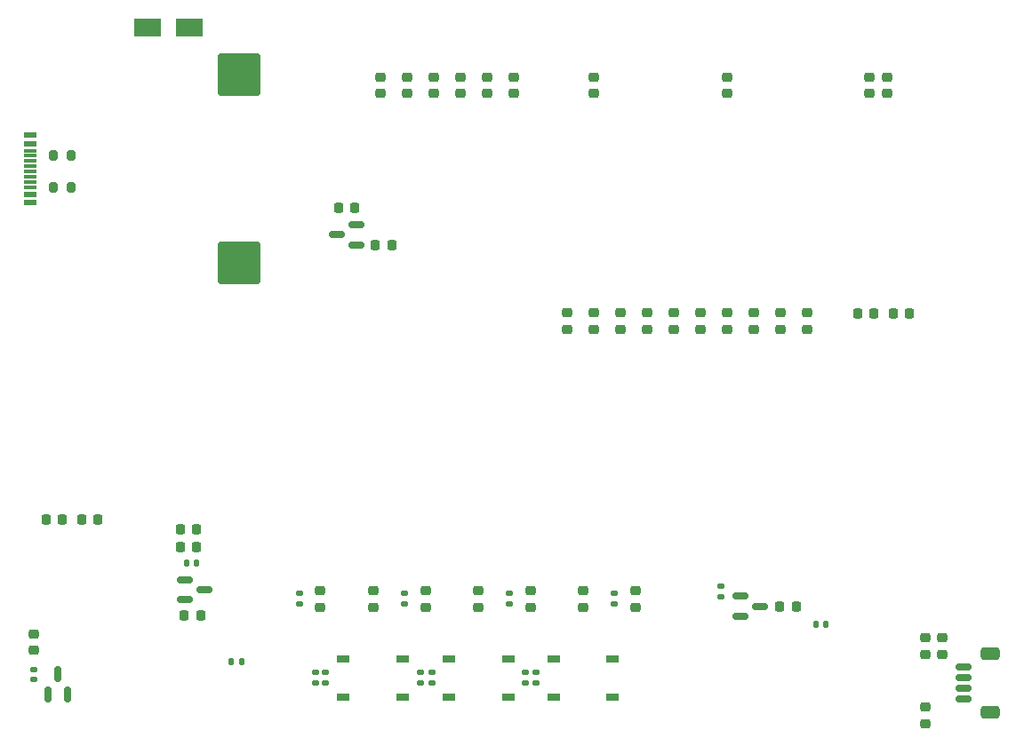
<source format=gtp>
G04 #@! TF.GenerationSoftware,KiCad,Pcbnew,6.0.11-2627ca5db0~126~ubuntu22.04.1*
G04 #@! TF.CreationDate,2023-05-26T00:57:04+02:00*
G04 #@! TF.ProjectId,ELKS,454c4b53-2e6b-4696-9361-645f70636258,rev?*
G04 #@! TF.SameCoordinates,Original*
G04 #@! TF.FileFunction,Paste,Top*
G04 #@! TF.FilePolarity,Positive*
%FSLAX46Y46*%
G04 Gerber Fmt 4.6, Leading zero omitted, Abs format (unit mm)*
G04 Created by KiCad (PCBNEW 6.0.11-2627ca5db0~126~ubuntu22.04.1) date 2023-05-26 00:57:04*
%MOMM*%
%LPD*%
G01*
G04 APERTURE LIST*
G04 Aperture macros list*
%AMRoundRect*
0 Rectangle with rounded corners*
0 $1 Rounding radius*
0 $2 $3 $4 $5 $6 $7 $8 $9 X,Y pos of 4 corners*
0 Add a 4 corners polygon primitive as box body*
4,1,4,$2,$3,$4,$5,$6,$7,$8,$9,$2,$3,0*
0 Add four circle primitives for the rounded corners*
1,1,$1+$1,$2,$3*
1,1,$1+$1,$4,$5*
1,1,$1+$1,$6,$7*
1,1,$1+$1,$8,$9*
0 Add four rect primitives between the rounded corners*
20,1,$1+$1,$2,$3,$4,$5,0*
20,1,$1+$1,$4,$5,$6,$7,0*
20,1,$1+$1,$6,$7,$8,$9,0*
20,1,$1+$1,$8,$9,$2,$3,0*%
G04 Aperture macros list end*
%ADD10RoundRect,0.225000X-0.250000X0.225000X-0.250000X-0.225000X0.250000X-0.225000X0.250000X0.225000X0*%
%ADD11R,1.300000X0.700000*%
%ADD12RoundRect,0.150000X-0.587500X-0.150000X0.587500X-0.150000X0.587500X0.150000X-0.587500X0.150000X0*%
%ADD13RoundRect,0.218750X-0.256250X0.218750X-0.256250X-0.218750X0.256250X-0.218750X0.256250X0.218750X0*%
%ADD14RoundRect,0.135000X-0.185000X0.135000X-0.185000X-0.135000X0.185000X-0.135000X0.185000X0.135000X0*%
%ADD15RoundRect,0.225000X0.225000X0.250000X-0.225000X0.250000X-0.225000X-0.250000X0.225000X-0.250000X0*%
%ADD16R,2.500000X1.800000*%
%ADD17RoundRect,0.225000X-0.225000X-0.250000X0.225000X-0.250000X0.225000X0.250000X-0.225000X0.250000X0*%
%ADD18RoundRect,0.140000X-0.170000X0.140000X-0.170000X-0.140000X0.170000X-0.140000X0.170000X0.140000X0*%
%ADD19RoundRect,0.200000X-1.800000X1.800000X-1.800000X-1.800000X1.800000X-1.800000X1.800000X1.800000X0*%
%ADD20RoundRect,0.225000X0.250000X-0.225000X0.250000X0.225000X-0.250000X0.225000X-0.250000X-0.225000X0*%
%ADD21RoundRect,0.140000X-0.140000X-0.170000X0.140000X-0.170000X0.140000X0.170000X-0.140000X0.170000X0*%
%ADD22RoundRect,0.150000X-0.625000X0.150000X-0.625000X-0.150000X0.625000X-0.150000X0.625000X0.150000X0*%
%ADD23RoundRect,0.250000X-0.650000X0.350000X-0.650000X-0.350000X0.650000X-0.350000X0.650000X0.350000X0*%
%ADD24RoundRect,0.140000X0.170000X-0.140000X0.170000X0.140000X-0.170000X0.140000X-0.170000X-0.140000X0*%
%ADD25RoundRect,0.200000X-0.200000X-0.275000X0.200000X-0.275000X0.200000X0.275000X-0.200000X0.275000X0*%
%ADD26R,1.150000X0.600000*%
%ADD27R,1.150000X0.300000*%
%ADD28RoundRect,0.150000X0.150000X-0.587500X0.150000X0.587500X-0.150000X0.587500X-0.150000X-0.587500X0*%
%ADD29RoundRect,0.150000X0.587500X0.150000X-0.587500X0.150000X-0.587500X-0.150000X0.587500X-0.150000X0*%
G04 APERTURE END LIST*
D10*
G04 #@! TO.C,R1*
X139650000Y-121325000D03*
X139650000Y-122875000D03*
G04 #@! TD*
D11*
G04 #@! TO.C,SW1*
X136850000Y-131450000D03*
X136850000Y-127800000D03*
X142450000Y-127800000D03*
X142450000Y-131450000D03*
G04 #@! TD*
D10*
G04 #@! TO.C,R28*
X173410000Y-94825000D03*
X173410000Y-96375000D03*
G04 #@! TD*
D12*
G04 #@! TO.C,Q4*
X174625000Y-121850000D03*
X174625000Y-123750000D03*
X176500000Y-122800000D03*
G04 #@! TD*
D13*
G04 #@! TO.C,D2*
X154650000Y-121312500D03*
X154650000Y-122887500D03*
G04 #@! TD*
D14*
G04 #@! TO.C,R14*
X142650000Y-121590000D03*
X142650000Y-122610000D03*
G04 #@! TD*
D10*
G04 #@! TO.C,R25*
X158170000Y-94825000D03*
X158170000Y-96375000D03*
G04 #@! TD*
D15*
G04 #@! TO.C,R20*
X123225000Y-123700000D03*
X121675000Y-123700000D03*
G04 #@! TD*
D16*
G04 #@! TO.C,D1*
X122150000Y-67600000D03*
X118150000Y-67600000D03*
G04 #@! TD*
D17*
G04 #@! TO.C,C10*
X189230000Y-94850000D03*
X190780000Y-94850000D03*
G04 #@! TD*
D14*
G04 #@! TO.C,R10*
X132650000Y-121590000D03*
X132650000Y-122610000D03*
G04 #@! TD*
D18*
G04 #@! TO.C,C4*
X145250000Y-129120000D03*
X145250000Y-130080000D03*
G04 #@! TD*
D19*
G04 #@! TO.C,BZ1*
X126900000Y-90100000D03*
X126900000Y-72100000D03*
G04 #@! TD*
D20*
G04 #@! TO.C,R39*
X153090000Y-73875000D03*
X153090000Y-72325000D03*
G04 #@! TD*
D21*
G04 #@! TO.C,R18*
X121920000Y-118700000D03*
X122880000Y-118700000D03*
G04 #@! TD*
D10*
G04 #@! TO.C,R34*
X142930000Y-72325000D03*
X142930000Y-73875000D03*
G04 #@! TD*
D18*
G04 #@! TO.C,C3*
X135150000Y-129120000D03*
X135150000Y-130080000D03*
G04 #@! TD*
D14*
G04 #@! TO.C,R12*
X162650000Y-121590000D03*
X162650000Y-122610000D03*
G04 #@! TD*
D22*
G04 #@! TO.C,J9*
X195925000Y-128600000D03*
X195925000Y-129600000D03*
X195925000Y-130600000D03*
X195925000Y-131600000D03*
D23*
X198450000Y-127300000D03*
X198450000Y-132900000D03*
G04 #@! TD*
D20*
G04 #@! TO.C,R29*
X160710000Y-96375000D03*
X160710000Y-94825000D03*
G04 #@! TD*
D10*
G04 #@! TO.C,R33*
X140390000Y-72325000D03*
X140390000Y-73875000D03*
G04 #@! TD*
G04 #@! TO.C,R22*
X192250000Y-125825000D03*
X192250000Y-127375000D03*
G04 #@! TD*
G04 #@! TO.C,R2*
X149650000Y-121325000D03*
X149650000Y-122875000D03*
G04 #@! TD*
D20*
G04 #@! TO.C,C12*
X192300000Y-133975000D03*
X192300000Y-132425000D03*
G04 #@! TD*
D13*
G04 #@! TO.C,D3*
X134650000Y-121312500D03*
X134650000Y-122887500D03*
G04 #@! TD*
D14*
G04 #@! TO.C,R9*
X152650000Y-121590000D03*
X152650000Y-122610000D03*
G04 #@! TD*
D17*
G04 #@! TO.C,C9*
X111900000Y-114528000D03*
X113450000Y-114528000D03*
G04 #@! TD*
D15*
G04 #@! TO.C,C11*
X187400000Y-94850000D03*
X185850000Y-94850000D03*
G04 #@! TD*
D20*
G04 #@! TO.C,R37*
X173410000Y-73875000D03*
X173410000Y-72325000D03*
G04 #@! TD*
G04 #@! TO.C,R32*
X175950000Y-96375000D03*
X175950000Y-94825000D03*
G04 #@! TD*
D24*
G04 #@! TO.C,R4*
X134150000Y-130080000D03*
X134150000Y-129120000D03*
G04 #@! TD*
D25*
G04 #@! TO.C,R16*
X109225000Y-79850000D03*
X110875000Y-79850000D03*
G04 #@! TD*
D20*
G04 #@! TO.C,R40*
X150550000Y-73875000D03*
X150550000Y-72325000D03*
G04 #@! TD*
D26*
G04 #@! TO.C,J1*
X107030000Y-77900000D03*
X107030000Y-78700000D03*
D27*
X107030000Y-79850000D03*
X107030000Y-80850000D03*
X107030000Y-81350000D03*
X107030000Y-82350000D03*
D26*
X107030000Y-83500000D03*
X107030000Y-84300000D03*
X107030000Y-84300000D03*
X107030000Y-83500000D03*
D27*
X107030000Y-82850000D03*
X107030000Y-81850000D03*
X107030000Y-80350000D03*
X107030000Y-79350000D03*
D26*
X107030000Y-78700000D03*
X107030000Y-77900000D03*
G04 #@! TD*
D18*
G04 #@! TO.C,C5*
X155150000Y-129120000D03*
X155150000Y-130080000D03*
G04 #@! TD*
D28*
G04 #@! TO.C,Q3*
X108680000Y-131170000D03*
X110580000Y-131170000D03*
X109630000Y-129295000D03*
G04 #@! TD*
D17*
G04 #@! TO.C,R11*
X139900000Y-88325000D03*
X141450000Y-88325000D03*
G04 #@! TD*
D10*
G04 #@! TO.C,R3*
X159650000Y-121325000D03*
X159650000Y-122875000D03*
G04 #@! TD*
G04 #@! TO.C,R36*
X148010000Y-72325000D03*
X148010000Y-73875000D03*
G04 #@! TD*
G04 #@! TO.C,R21*
X193850000Y-125825000D03*
X193850000Y-127375000D03*
G04 #@! TD*
D15*
G04 #@! TO.C,C14*
X122875000Y-117140000D03*
X121325000Y-117140000D03*
G04 #@! TD*
D20*
G04 #@! TO.C,R17*
X107390000Y-126975000D03*
X107390000Y-125425000D03*
G04 #@! TD*
D10*
G04 #@! TO.C,R35*
X145470000Y-72325000D03*
X145470000Y-73875000D03*
G04 #@! TD*
D13*
G04 #@! TO.C,D4*
X164650000Y-121312500D03*
X164650000Y-122887500D03*
G04 #@! TD*
D10*
G04 #@! TO.C,C2*
X188650000Y-72325000D03*
X188650000Y-73875000D03*
G04 #@! TD*
D20*
G04 #@! TO.C,R31*
X170870000Y-96375000D03*
X170870000Y-94825000D03*
G04 #@! TD*
D17*
G04 #@! TO.C,R24*
X178425000Y-122800000D03*
X179975000Y-122800000D03*
G04 #@! TD*
D15*
G04 #@! TO.C,C13*
X122875000Y-115450000D03*
X121325000Y-115450000D03*
G04 #@! TD*
D24*
G04 #@! TO.C,R6*
X154150000Y-130080000D03*
X154150000Y-129120000D03*
G04 #@! TD*
D10*
G04 #@! TO.C,R26*
X163250000Y-94825000D03*
X163250000Y-96375000D03*
G04 #@! TD*
D29*
G04 #@! TO.C,Q1*
X138087500Y-88325000D03*
X138087500Y-86425000D03*
X136212500Y-87375000D03*
G04 #@! TD*
D11*
G04 #@! TO.C,SW2*
X146923028Y-131450000D03*
X146923028Y-127800000D03*
X152523028Y-127800000D03*
X152523028Y-131450000D03*
G04 #@! TD*
D15*
G04 #@! TO.C,C8*
X110075000Y-114528000D03*
X108525000Y-114528000D03*
G04 #@! TD*
D13*
G04 #@! TO.C,D5*
X144650000Y-121312500D03*
X144650000Y-122887500D03*
G04 #@! TD*
D20*
G04 #@! TO.C,R30*
X165790000Y-96375000D03*
X165790000Y-94825000D03*
G04 #@! TD*
D18*
G04 #@! TO.C,R23*
X172800000Y-120920000D03*
X172800000Y-121880000D03*
G04 #@! TD*
D24*
G04 #@! TO.C,R5*
X144150000Y-130080000D03*
X144150000Y-129120000D03*
G04 #@! TD*
D20*
G04 #@! TO.C,R38*
X160710000Y-73875000D03*
X160710000Y-72325000D03*
G04 #@! TD*
D10*
G04 #@! TO.C,R8*
X181030000Y-94825000D03*
X181030000Y-96375000D03*
G04 #@! TD*
G04 #@! TO.C,R27*
X168330000Y-94825000D03*
X168330000Y-96375000D03*
G04 #@! TD*
D12*
G04 #@! TO.C,Q2*
X121712500Y-120250000D03*
X121712500Y-122150000D03*
X123587500Y-121200000D03*
G04 #@! TD*
D25*
G04 #@! TO.C,R15*
X109225000Y-82850000D03*
X110875000Y-82850000D03*
G04 #@! TD*
D21*
G04 #@! TO.C,C6*
X126170000Y-128100000D03*
X127130000Y-128100000D03*
G04 #@! TD*
G04 #@! TO.C,C7*
X181820000Y-124500000D03*
X182780000Y-124500000D03*
G04 #@! TD*
D10*
G04 #@! TO.C,C1*
X186900000Y-72325000D03*
X186900000Y-73875000D03*
G04 #@! TD*
D17*
G04 #@! TO.C,R13*
X136375000Y-84770000D03*
X137925000Y-84770000D03*
G04 #@! TD*
D11*
G04 #@! TO.C,SW3*
X156850000Y-131450000D03*
X156850000Y-127800000D03*
X162450000Y-127800000D03*
X162450000Y-131450000D03*
G04 #@! TD*
D10*
G04 #@! TO.C,R7*
X178490000Y-94825000D03*
X178490000Y-96375000D03*
G04 #@! TD*
D24*
G04 #@! TO.C,R19*
X107380000Y-129770000D03*
X107380000Y-128810000D03*
G04 #@! TD*
M02*

</source>
